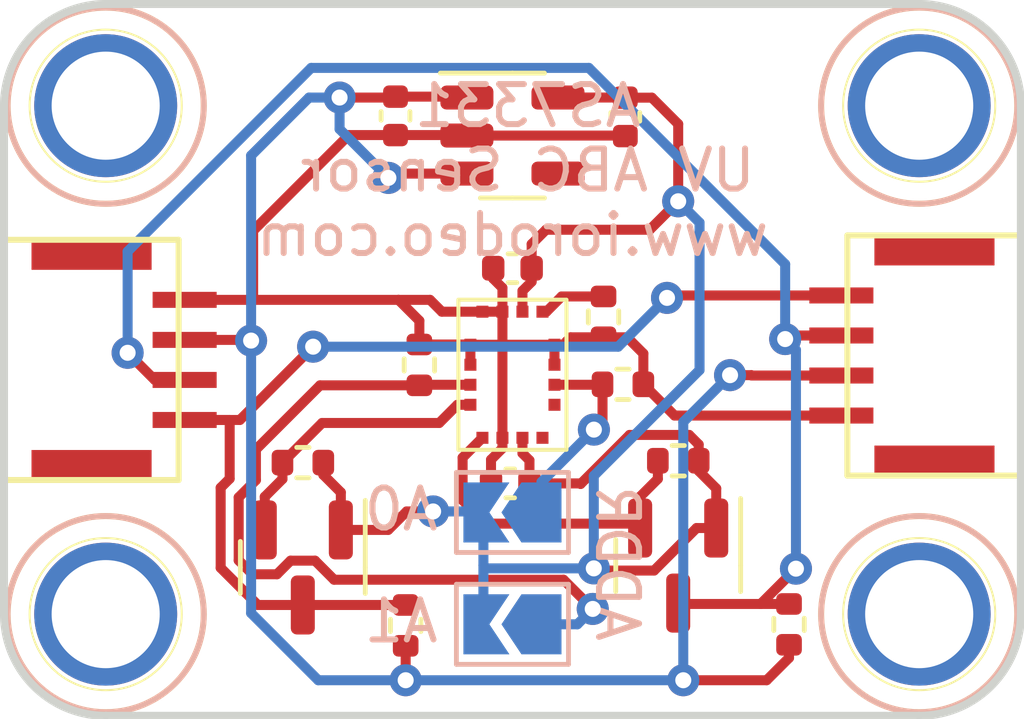
<source format=kicad_pcb>
(kicad_pcb (version 20221018) (generator pcbnew)
  (layers (0 "F.Cu" signal) (31 "B.Cu" signal) (34 "B.Paste" user) (35 "F.Paste" user) (36 "B.SilkS" user "B.Silkscreen") (37 "F.SilkS" user "F.Silkscreen") (38 "B.Mask" user) (39 "F.Mask" user) (44 "Edge.Cuts" user))
  (net 0 "")
  (net 1 "+3.3V")
  (net 2 "GND")
  (net 3 "VCC")
  (net 4 "/SDA")
  (net 5 "/SCL")
  (net 6 "Net-(JP1-A)")
  (net 7 "Net-(JP2-A)")
  (net 8 "/SDA_3V3")
  (net 9 "/SCL_3V3")
  (net 10 "Net-(U1-REXT)")
  (footprint "Resistor_SMD:R_0402_1005Metric" (layer "F.Cu") (at 60.833 66.3214 90)
    (fp_text reference "R2" hide)
    (fp_text value "10k" hide)
    (fp_line (start -0.153641 -0.38) (end 0.153641 -0.38) (stroke (width 0.12)) (layer "F.SilkS"))
    (fp_line (start -0.153641 0.38) (end 0.153641 0.38) (stroke (width 0.12)) (layer "F.SilkS"))
    (pad "1" smd roundrect (at -0.51 0 90) (size 0.54 0.64) (layers "F.Cu" "F.Paste" "F.Mask") (net 3 "VCC"))
    (pad "2" smd roundrect (at 0.51 0 90) (size 0.54 0.64) (layers "F.Cu" "F.Paste" "F.Mask") (net 5 "/SCL"))
  )
  (footprint "BOOMELE_SH_SMD:BOOMELE_SMD_SH_4PIN_RT" (layer "F.Cu") (at 73.561 59.58 -90)
    (fp_text reference "J2" hide)
    (fp_text value "Conn_01x04" hide)
    (fp_line (start -3 1.695) (end -3 -2.655) (stroke (width 0.15)) (layer "F.SilkS"))
    (fp_line (start 0 -2.655) (end -3 -2.655) (stroke (width 0.15)) (layer "F.SilkS"))
    (fp_line (start 3 -2.655) (end 0 -2.655) (stroke (width 0.15)) (layer "F.SilkS"))
    (fp_line (start 3 -2.655) (end 3 1.695) (stroke (width 0.15)) (layer "F.SilkS"))
    (fp_line (start 3 1.695) (end -3 1.695) (stroke (width 0.15)) (layer "F.SilkS"))
    (pad "" smd rect (at -2.65 -0.48 90) (size 0.8 3) (layers "F.Cu" "F.Paste" "F.Mask"))
    (pad "" smd rect (at 2.65 -0.48 90) (size 0.8 3) (layers "F.Cu" "F.Paste" "F.Mask"))
    (pad "1" smd rect (at 1.5 1.845 90) (size 0.4 1.6) (layers "F.Cu" "F.Paste" "F.Mask") (net 2 "GND"))
    (pad "2" smd rect (at 0.5 1.845 90) (size 0.4 1.6) (layers "F.Cu" "F.Paste" "F.Mask") (net 3 "VCC"))
    (pad "3" smd rect (at -0.5 1.845 90) (size 0.4 1.6) (layers "F.Cu" "F.Paste" "F.Mask") (net 4 "/SDA"))
    (pad "4" smd rect (at -1.5 1.845 90) (size 0.4 1.6) (layers "F.Cu" "F.Paste" "F.Mask") (net 5 "/SCL"))
  )
  (footprint "Capacitor_SMD:C_0402_1005Metric" (layer "F.Cu") (at 66.3194 53.6194 -90)
    (fp_text reference "C4" hide)
    (fp_text value "10uF" hide)
    (fp_line (start -0.107836 -0.36) (end 0.107836 -0.36) (stroke (width 0.12)) (layer "F.SilkS"))
    (fp_line (start -0.107836 0.36) (end 0.107836 0.36) (stroke (width 0.12)) (layer "F.SilkS"))
    (pad "1" smd roundrect (at -0.48 0 270) (size 0.56 0.62) (layers "F.Cu" "F.Paste" "F.Mask") (net 1 "+3.3V"))
    (pad "2" smd roundrect (at 0.48 0 270) (size 0.56 0.62) (layers "F.Cu" "F.Paste" "F.Mask") (net 2 "GND"))
  )
  (footprint "AS7331:AS7331" (layer "F.Cu") (at 63.5 60.0608)
    (fp_text reference "U1" hide)
    (fp_text value "AS7331" hide)
    (fp_rect (start -1.35 -1.875) (end 1.35 1.875) (stroke (width 0.1)) (fill none) (layer "F.SilkS"))
    (pad "1" smd rect (at -0.75 -1.575) (size 0.3 0.3) (layers "F.Cu" "F.Paste" "F.Mask") (net 2 "GND"))
    (pad "2" smd rect (at -0.25 -1.575) (size 0.3 0.3) (layers "F.Cu" "F.Paste" "F.Mask") (net 2 "GND"))
    (pad "3" smd rect (at 0.25 -1.575) (size 0.3 0.3) (layers "F.Cu" "F.Paste" "F.Mask") (net 1 "+3.3V"))
    (pad "4" smd rect (at 0.75 -1.575) (size 0.3 0.3) (layers "F.Cu" "F.Paste" "F.Mask") (net 10 "Net-(U1-REXT)"))
    (pad "5" smd rect (at 1.05 -0.75) (size 0.3 0.3) (layers "F.Cu" "F.Paste" "F.Mask") (net 2 "GND"))
    (pad "6" smd rect (at 1.05 -0.25) (size 0.3 0.3) (layers "F.Cu" "F.Paste" "F.Mask") (net 2 "GND"))
    (pad "7" smd rect (at 1.05 0.25) (size 0.3 0.3) (layers "F.Cu" "F.Paste" "F.Mask") (net 6 "Net-(JP1-A)"))
    (pad "8" smd rect (at 1.05 0.75) (size 0.3 0.3) (layers "F.Cu" "F.Paste" "F.Mask"))
    (pad "9" smd rect (at 0.75 1.575) (size 0.3 0.3) (layers "F.Cu" "F.Paste" "F.Mask"))
    (pad "10" smd rect (at 0.25 1.575) (size 0.3 0.3) (layers "F.Cu" "F.Paste" "F.Mask") (net 1 "+3.3V"))
    (pad "11" smd rect (at -0.25 1.575) (size 0.3 0.3) (layers "F.Cu" "F.Paste" "F.Mask") (net 2 "GND"))
    (pad "12" smd rect (at -0.75 1.575) (size 0.3 0.3) (layers "F.Cu" "F.Paste" "F.Mask") (net 8 "/SDA_3V3"))
    (pad "13" smd rect (at -1.05 0.75) (size 0.3 0.3) (layers "F.Cu" "F.Paste" "F.Mask") (net 9 "/SCL_3V3"))
    (pad "14" smd rect (at -1.05 0.25) (size 0.3 0.3) (layers "F.Cu" "F.Paste" "F.Mask") (net 7 "Net-(JP2-A)"))
    (pad "15" smd rect (at -1.05 -0.25) (size 0.3 0.3) (layers "F.Cu" "F.Paste" "F.Mask") (net 2 "GND"))
    (pad "16" smd rect (at -1.05 -0.75) (size 0.3 0.3) (layers "F.Cu" "F.Paste" "F.Mask") (net 2 "GND"))
  )
  (footprint "custom_mount_hole:MountingHole_2.5mm_Pad" (layer "F.Cu") (at 73.66 66.04)
    (fp_text reference "M3" hide)
    (fp_text value "MountingHole_2.5mm_Pad" hide)
    (fp_circle (center 0 0) (end 2.45 0) (stroke (width 0.15)) (fill none) (layer "B.SilkS"))
    (fp_circle (center 0 0) (end 1.9 0) (stroke (width 0.05)) (fill none) (layer "F.SilkS"))
    (fp_circle (center 0 0) (end 2.45 0) (stroke (width 0.15)) (fill none) (layer "F.SilkS"))
    (pad "~" thru_hole circle (at 0 0) (size 3.57 3.57) (drill 2.7) (layers "*.Cu" "*.Mask"))
  )
  (footprint "Resistor_SMD:R_0402_1005Metric" (layer "F.Cu") (at 58.2656 62.2554 180)
    (fp_text reference "R4" hide)
    (fp_text value "10k" hide)
    (fp_line (start -0.153641 -0.38) (end 0.153641 -0.38) (stroke (width 0.12)) (layer "F.SilkS"))
    (fp_line (start -0.153641 0.38) (end 0.153641 0.38) (stroke (width 0.12)) (layer "F.SilkS"))
    (pad "1" smd roundrect (at -0.51 0 180) (size 0.54 0.64) (layers "F.Cu" "F.Paste" "F.Mask") (net 1 "+3.3V"))
    (pad "2" smd roundrect (at 0.51 0 180) (size 0.54 0.64) (layers "F.Cu" "F.Paste" "F.Mask") (net 9 "/SCL_3V3"))
  )
  (footprint "Resistor_SMD:R_0402_1005Metric" (layer "F.Cu") (at 61.175 59.815 90)
    (fp_text reference "R7" hide)
    (fp_text value "10k" hide)
    (fp_line (start -0.153641 -0.38) (end 0.153641 -0.38) (stroke (width 0.12)) (layer "F.SilkS"))
    (fp_line (start -0.153641 0.38) (end 0.153641 0.38) (stroke (width 0.12)) (layer "F.SilkS"))
    (pad "1" smd roundrect (at -0.51 0 90) (size 0.54 0.64) (layers "F.Cu" "F.Paste" "F.Mask") (net 7 "Net-(JP2-A)"))
    (pad "2" smd roundrect (at 0.51 0 90) (size 0.54 0.64) (layers "F.Cu" "F.Paste" "F.Mask") (net 2 "GND"))
  )
  (footprint "BOOMELE_SH_SMD:BOOMELE_SMD_SH_4PIN_RT" (layer "F.Cu") (at 53.467 59.69 90)
    (fp_text reference "J1" hide)
    (fp_text value "Conn_01x04" hide)
    (fp_line (start -3 1.695) (end -3 -2.655) (stroke (width 0.15)) (layer "F.SilkS"))
    (fp_line (start 0 -2.655) (end -3 -2.655) (stroke (width 0.15)) (layer "F.SilkS"))
    (fp_line (start 3 -2.655) (end 0 -2.655) (stroke (width 0.15)) (layer "F.SilkS"))
    (fp_line (start 3 -2.655) (end 3 1.695) (stroke (width 0.15)) (layer "F.SilkS"))
    (fp_line (start 3 1.695) (end -3 1.695) (stroke (width 0.15)) (layer "F.SilkS"))
    (pad "" smd rect (at -2.65 -0.48 270) (size 0.8 3) (layers "F.Cu" "F.Paste" "F.Mask"))
    (pad "" smd rect (at 2.65 -0.48 270) (size 0.8 3) (layers "F.Cu" "F.Paste" "F.Mask"))
    (pad "1" smd rect (at 1.5 1.845 270) (size 0.4 1.6) (layers "F.Cu" "F.Paste" "F.Mask") (net 2 "GND"))
    (pad "2" smd rect (at 0.5 1.845 270) (size 0.4 1.6) (layers "F.Cu" "F.Paste" "F.Mask") (net 3 "VCC"))
    (pad "3" smd rect (at -0.5 1.845 270) (size 0.4 1.6) (layers "F.Cu" "F.Paste" "F.Mask") (net 4 "/SDA"))
    (pad "4" smd rect (at -1.5 1.845 270) (size 0.4 1.6) (layers "F.Cu" "F.Paste" "F.Mask") (net 5 "/SCL"))
  )
  (footprint "Capacitor_SMD:C_0402_1005Metric" (layer "F.Cu") (at 60.579 53.594 -90)
    (fp_text reference "C3" hide)
    (fp_text value "10uF" hide)
    (fp_line (start -0.107836 -0.36) (end 0.107836 -0.36) (stroke (width 0.12)) (layer "F.SilkS"))
    (fp_line (start -0.107836 0.36) (end 0.107836 0.36) (stroke (width 0.12)) (layer "F.SilkS"))
    (pad "1" smd roundrect (at -0.48 0 270) (size 0.56 0.62) (layers "F.Cu" "F.Paste" "F.Mask") (net 3 "VCC"))
    (pad "2" smd roundrect (at 0.48 0 270) (size 0.56 0.62) (layers "F.Cu" "F.Paste" "F.Mask") (net 2 "GND"))
  )
  (footprint "Resistor_SMD:R_0402_1005Metric" (layer "F.Cu") (at 65.775 58.615 -90)
    (fp_text reference "R1" hide)
    (fp_text value "3.3M" hide)
    (fp_line (start -0.153641 -0.38) (end 0.153641 -0.38) (stroke (width 0.12)) (layer "F.SilkS"))
    (fp_line (start -0.153641 0.38) (end 0.153641 0.38) (stroke (width 0.12)) (layer "F.SilkS"))
    (pad "1" smd roundrect (at -0.51 0 270) (size 0.54 0.64) (layers "F.Cu" "F.Paste" "F.Mask") (net 10 "Net-(U1-REXT)"))
    (pad "2" smd roundrect (at 0.51 0 270) (size 0.54 0.64) (layers "F.Cu" "F.Paste" "F.Mask") (net 2 "GND"))
  )
  (footprint "custom_mount_hole:MountingHole_2.5mm_Pad" (layer "F.Cu") (at 73.66 53.34)
    (fp_text reference "M2" hide)
    (fp_text value "MountingHole_2.5mm_Pad" hide)
    (fp_circle (center 0 0) (end 2.45 0) (stroke (width 0.15)) (fill none) (layer "B.SilkS"))
    (fp_circle (center 0 0) (end 1.9 0) (stroke (width 0.05)) (fill none) (layer "F.SilkS"))
    (fp_circle (center 0 0) (end 2.45 0) (stroke (width 0.15)) (fill none) (layer "F.SilkS"))
    (pad "~" thru_hole circle (at 0 0) (size 3.57 3.57) (drill 2.7) (layers "*.Cu" "*.Mask"))
  )
  (footprint "Resistor_SMD:R_0402_1005Metric" (layer "F.Cu") (at 70.4088 66.296 90)
    (fp_text reference "R3" hide)
    (fp_text value "10k" hide)
    (fp_line (start -0.153641 -0.38) (end 0.153641 -0.38) (stroke (width 0.12)) (layer "F.SilkS"))
    (fp_line (start -0.153641 0.38) (end 0.153641 0.38) (stroke (width 0.12)) (layer "F.SilkS"))
    (pad "1" smd roundrect (at -0.51 0 90) (size 0.54 0.64) (layers "F.Cu" "F.Paste" "F.Mask") (net 3 "VCC"))
    (pad "2" smd roundrect (at 0.51 0 90) (size 0.54 0.64) (layers "F.Cu" "F.Paste" "F.Mask") (net 4 "/SDA"))
  )
  (footprint "Package_TO_SOT_SMD:SOT-23-5" (layer "F.Cu") (at 63.5 54.086)
    (fp_text reference "U2" hide)
    (fp_text value "AP2112K-3.3" hide)
    (fp_line (start 0 -1.56) (end -1.8 -1.56) (stroke (width 0.12)) (layer "F.SilkS"))
    (fp_line (start 0 -1.56) (end 0.8 -1.56) (stroke (width 0.12)) (layer "F.SilkS"))
    (fp_line (start 0 1.56) (end -0.8 1.56) (stroke (width 0.12)) (layer "F.SilkS"))
    (fp_line (start 0 1.56) (end 0.8 1.56) (stroke (width 0.12)) (layer "F.SilkS"))
    (pad "1" smd roundrect (at -1.1375 -0.95) (size 1.325 0.6) (layers "F.Cu" "F.Paste" "F.Mask") (net 3 "VCC"))
    (pad "2" smd roundrect (at -1.1375 0) (size 1.325 0.6) (layers "F.Cu" "F.Paste" "F.Mask") (net 2 "GND"))
    (pad "3" smd roundrect (at -1.1375 0.95) (size 1.325 0.6) (layers "F.Cu" "F.Paste" "F.Mask") (net 3 "VCC"))
    (pad "4" smd roundrect (at 1.1375 0.95) (size 1.325 0.6) (layers "F.Cu" "F.Paste" "F.Mask"))
    (pad "5" smd roundrect (at 1.1375 -0.95) (size 1.325 0.6) (layers "F.Cu" "F.Paste" "F.Mask") (net 1 "+3.3V"))
  )
  (footprint "Capacitor_SMD:C_0402_1005Metric" (layer "F.Cu") (at 63.445 62.775 180)
    (fp_text reference "C2" hide)
    (fp_text value "100nF" hide)
    (fp_line (start -0.107836 -0.36) (end 0.107836 -0.36) (stroke (width 0.12)) (layer "F.SilkS"))
    (fp_line (start -0.107836 0.36) (end 0.107836 0.36) (stroke (width 0.12)) (layer "F.SilkS"))
    (pad "1" smd roundrect (at -0.48 0 180) (size 0.56 0.62) (layers "F.Cu" "F.Paste" "F.Mask") (net 1 "+3.3V"))
    (pad "2" smd roundrect (at 0.48 0 180) (size 0.56 0.62) (layers "F.Cu" "F.Paste" "F.Mask") (net 2 "GND"))
  )
  (footprint "custom_mount_hole:MountingHole_2.5mm_Pad" (layer "F.Cu") (at 53.34 53.34)
    (fp_text reference "M1" hide)
    (fp_text value "MountingHole_2.5mm_Pad" hide)
    (fp_circle (center 0 0) (end 2.45 0) (stroke (width 0.15)) (fill none) (layer "B.SilkS"))
    (fp_circle (center 0 0) (end 1.9 0) (stroke (width 0.05)) (fill none) (layer "F.SilkS"))
    (fp_circle (center 0 0) (end 2.45 0) (stroke (width 0.15)) (fill none) (layer "F.SilkS"))
    (pad "~" thru_hole circle (at 0 0) (size 3.57 3.57) (drill 2.7) (layers "*.Cu" "*.Mask"))
  )
  (footprint "custom_mount_hole:MountingHole_2.5mm_Pad" (layer "F.Cu") (at 53.34 66.04)
    (fp_text reference "M4" hide)
    (fp_text value "MountingHole_2.5mm_Pad" hide)
    (fp_circle (center 0 0) (end 2.45 0) (stroke (width 0.15)) (fill none) (layer "B.SilkS"))
    (fp_circle (center 0 0) (end 1.9 0) (stroke (width 0.05)) (fill none) (layer "F.SilkS"))
    (fp_circle (center 0 0) (end 2.45 0) (stroke (width 0.15)) (fill none) (layer "F.SilkS"))
    (pad "~" thru_hole circle (at 0 0) (size 3.57 3.57) (drill 2.7) (layers "*.Cu" "*.Mask"))
  )
  (footprint "Resistor_SMD:R_0402_1005Metric" (layer "F.Cu") (at 66.26 60.3)
    (fp_text reference "R6" hide)
    (fp_text value "10k" hide)
    (fp_line (start -0.153641 -0.38) (end 0.153641 -0.38) (stroke (width 0.12)) (layer "F.SilkS"))
    (fp_line (start -0.153641 0.38) (end 0.153641 0.38) (stroke (width 0.12)) (layer "F.SilkS"))
    (pad "1" smd roundrect (at -0.51 0) (size 0.54 0.64) (layers "F.Cu" "F.Paste" "F.Mask") (net 6 "Net-(JP1-A)"))
    (pad "2" smd roundrect (at 0.51 0) (size 0.54 0.64) (layers "F.Cu" "F.Paste" "F.Mask") (net 2 "GND"))
  )
  (footprint "Package_TO_SOT_SMD:SOT-23" (layer "F.Cu") (at 67.6402 64.8271 -90)
    (fp_text reference "Q1" hide)
    (fp_text value "BSS138" hide)
    (fp_line (start 0 -1.56) (end -1.675 -1.56) (stroke (width 0.12)) (layer "F.SilkS"))
    (fp_line (start 0 -1.56) (end 0.65 -1.56) (stroke (width 0.12)) (layer "F.SilkS"))
    (fp_line (start 0 1.56) (end -0.65 1.56) (stroke (width 0.12)) (layer "F.SilkS"))
    (fp_line (start 0 1.56) (end 0.65 1.56) (stroke (width 0.12)) (layer "F.SilkS"))
    (pad "1" smd roundrect (at -0.9375 -0.95 270) (size 1.475 0.6) (layers "F.Cu" "F.Paste" "F.Mask") (net 1 "+3.3V"))
    (pad "2" smd roundrect (at -0.9375 0.95 270) (size 1.475 0.6) (layers "F.Cu" "F.Paste" "F.Mask") (net 8 "/SDA_3V3"))
    (pad "3" smd roundrect (at 0.9375 0 270) (size 1.475 0.6) (layers "F.Cu" "F.Paste" "F.Mask") (net 4 "/SDA"))
  )
  (footprint "Package_TO_SOT_SMD:SOT-23" (layer "F.Cu") (at 58.2636 64.8739 -90)
    (fp_text reference "Q2" hide)
    (fp_text value "BSS138" hide)
    (fp_line (start 0 -1.56) (end -1.675 -1.56) (stroke (width 0.12)) (layer "F.SilkS"))
    (fp_line (start 0 -1.56) (end 0.65 -1.56) (stroke (width 0.12)) (layer "F.SilkS"))
    (fp_line (start 0 1.56) (end -0.65 1.56) (stroke (width 0.12)) (layer "F.SilkS"))
    (fp_line (start 0 1.56) (end 0.65 1.56) (stroke (width 0.12)) (layer "F.SilkS"))
    (pad "1" smd roundrect (at -0.9375 -0.95 270) (size 1.475 0.6) (layers "F.Cu" "F.Paste" "F.Mask") (net 1 "+3.3V"))
    (pad "2" smd roundrect (at -0.9375 0.95 270) (size 1.475 0.6) (layers "F.Cu" "F.Paste" "F.Mask") (net 9 "/SCL_3V3"))
    (pad "3" smd roundrect (at 0.9375 0 270) (size 1.475 0.6) (layers "F.Cu" "F.Paste" "F.Mask") (net 5 "/SCL"))
  )
  (footprint "Capacitor_SMD:C_0402_1005Metric" (layer "F.Cu") (at 63.5 57.4 180)
    (fp_text reference "C1" hide)
    (fp_text value "100nF" hide)
    (fp_line (start -0.107836 -0.36) (end 0.107836 -0.36) (stroke (width 0.12)) (layer "F.SilkS"))
    (fp_line (start -0.107836 0.36) (end 0.107836 0.36) (stroke (width 0.12)) (layer "F.SilkS"))
    (pad "1" smd roundrect (at -0.48 0 180) (size 0.56 0.62) (layers "F.Cu" "F.Paste" "F.Mask") (net 1 "+3.3V"))
    (pad "2" smd roundrect (at 0.48 0 180) (size 0.56 0.62) (layers "F.Cu" "F.Paste" "F.Mask") (net 2 "GND"))
  )
  (footprint "Resistor_SMD:R_0402_1005Metric" (layer "F.Cu") (at 67.6422 62.2086 180)
    (fp_text reference "R5" hide)
    (fp_text value "10k" hide)
    (fp_line (start -0.153641 -0.38) (end 0.153641 -0.38) (stroke (width 0.12)) (layer "F.SilkS"))
    (fp_line (start -0.153641 0.38) (end 0.153641 0.38) (stroke (width 0.12)) (layer "F.SilkS"))
    (pad "1" smd roundrect (at -0.51 0 180) (size 0.54 0.64) (layers "F.Cu" "F.Paste" "F.Mask") (net 1 "+3.3V"))
    (pad "2" smd roundrect (at 0.51 0 180) (size 0.54 0.64) (layers "F.Cu" "F.Paste" "F.Mask") (net 8 "/SDA_3V3"))
  )
  (footprint "Jumper:SolderJumper-2_P1.3mm_Open_TrianglePad1.0x1.5mm" (layer "B.Cu") (at 63.5 66.294 180)
    (fp_text reference "JP2" hide)
    (fp_text value "Jumper_2_Open" hide)
    (fp_line (start -1.4 -1) (end -1.4 1) (stroke (width 0.12)) (layer "B.SilkS"))
    (fp_line (start -1.4 1) (end 1.4 1) (stroke (width 0.12)) (layer "B.SilkS"))
    (fp_line (start 1.4 -1) (end -1.4 -1) (stroke (width 0.12)) (layer "B.SilkS"))
    (fp_line (start 1.4 1) (end 1.4 -1) (stroke (width 0.12)) (layer "B.SilkS"))
    (pad "1" smd custom (at -0.725 0 180) (size 0.3 0.3) (layers "B.Cu" "B.Mask") (net 7 "Net-(JP2-A)") (options (clearance outline) (anchor rect)) (primitives (gr_poly (pts (xy 1 0) (xy 0.5 -0.75) (xy -0.5 -0.75) (xy -0.5 0.75) (xy 0.5 0.75)) (width 0) (fill yes))))
    (pad "2" smd custom (at 0.725 0 180) (size 0.3 0.3) (layers "B.Cu" "B.Mask") (net 1 "+3.3V") (options (clearance outline) (anchor rect)) (primitives (gr_poly (pts (xy 0.5 -0.75) (xy -0.65 -0.75) (xy -0.15 0) (xy -0.65 0.75) (xy 0.5 0.75)) (width 0) (fill yes))))
  )
  (footprint "Jumper:SolderJumper-2_P1.3mm_Open_TrianglePad1.0x1.5mm" (layer "B.Cu") (at 63.5 63.5 180)
    (fp_text reference "JP1" hide)
    (fp_text value "Jumper_2_Open" hide)
    (fp_line (start -1.4 -1) (end -1.4 1) (stroke (width 0.12)) (layer "B.SilkS"))
    (fp_line (start -1.4 1) (end 1.4 1) (stroke (width 0.12)) (layer "B.SilkS"))
    (fp_line (start 1.4 -1) (end -1.4 -1) (stroke (width 0.12)) (layer "B.SilkS"))
    (fp_line (start 1.4 1) (end 1.4 -1) (stroke (width 0.12)) (layer "B.SilkS"))
    (pad "1" smd custom (at -0.725 0 180) (size 0.3 0.3) (layers "B.Cu" "B.Mask") (net 6 "Net-(JP1-A)") (options (clearance outline) (anchor rect)) (primitives (gr_poly (pts (xy 1 0) (xy 0.5 -0.75) (xy -0.5 -0.75) (xy -0.5 0.75) (xy 0.5 0.75)) (width 0) (fill yes))))
    (pad "2" smd custom (at 0.725 0 180) (size 0.3 0.3) (layers "B.Cu" "B.Mask") (net 1 "+3.3V") (options (clearance outline) (anchor rect)) (primitives (gr_poly (pts (xy 0.5 -0.75) (xy -0.65 -0.75) (xy -0.15 0) (xy -0.65 0.75) (xy 0.5 0.75)) (width 0) (fill yes))))
  )
  (gr_arc (start 50.8 53.34) (mid 51.543949 51.543949) (end 53.34 50.8) (stroke (width 0.2)) (layer "Edge.Cuts"))
  (gr_arc (start 73.66 50.8) (mid 75.456051 51.543949) (end 76.2 53.34) (stroke (width 0.2)) (layer "Edge.Cuts"))
  (gr_arc (start 53.34 68.58) (mid 51.543949 67.836051) (end 50.8 66.04) (stroke (width 0.2)) (layer "Edge.Cuts"))
  (gr_line (start 50.8 66.04) (end 50.8 53.34) (stroke (width 0.2)) (layer "Edge.Cuts"))
  (gr_arc (start 76.2 66.04) (mid 75.456051 67.836051) (end 73.66 68.58) (stroke (width 0.2)) (layer "Edge.Cuts"))
  (gr_line (start 76.2 53.34) (end 76.2 66.04) (stroke (width 0.2)) (layer "Edge.Cuts"))
  (gr_line (start 73.66 68.58) (end 53.34 68.58) (stroke (width 0.2)) (layer "Edge.Cuts"))
  (gr_line (start 53.34 50.8) (end 73.66 50.8) (stroke (width 0.2)) (layer "Edge.Cuts"))
  (gr_text "AS7331 \nUV ABC Sensor \nwww.iorodeo.com\n" (at 63.5 57.15) (layer "B.SilkS") (effects (font (size 1 1)) (justify bottom mirror)))
  (gr_text "ADDR" (at 65.532 66.802 -90) (layer "B.SilkS") (effects (font (size 1 1)) (justify left bottom mirror)))
  (gr_text "A1" (at 61.722 66.802) (layer "B.SilkS") (effects (font (size 1 1)) (justify left bottom mirror)))
  (gr_text "A0" (at 61.722 64.008) (layer "B.SilkS") (effects (font (size 1 1)) (justify left bottom mirror)))
  (segment (start 68.1522 62.2086) (end 68.1522 61.8022) (width 0.25) (layer "F.Cu") (net 1))
  (segment (start 67.6402 53.7972) (end 66.9824 53.1394) (width 0.25) (layer "F.Cu") (net 1))
  (segment (start 63.98 57.7368) (end 63.75 57.9668) (width 0.25) (layer "F.Cu") (net 1))
  (segment (start 65.188 62.775) (end 63.925 62.775) (width 0.25) (layer "F.Cu") (net 1))
  (segment (start 63.98 57.4) (end 63.98 57.7368) (width 0.25) (layer "F.Cu") (net 1))
  (segment (start 65.532 64.897) (end 65.5871 64.9521) (width 0.25) (layer "F.Cu") (net 1))
  (segment (start 67.9136 61.5636) (end 66.427 61.5636) (width 0.25) (layer "F.Cu") (net 1))
  (segment (start 63.75 62.0228) (end 63.925 62.1978) (width 0.25) (layer "F.Cu") (net 1))
  (segment (start 68.0995 63.8896) (end 68.5902 63.8896) (width 0.25) (layer "F.Cu") (net 1))
  (segment (start 59.2136 62.9982) (end 59.2136 63.9364) (width 0.25) (layer "F.Cu") (net 1))
  (segment (start 58.7756 62.2554) (end 58.7756 62.5602) (width 0.25) (layer "F.Cu") (net 1))
  (segment (start 60.3966 63.9364) (end 59.2136 63.9364) (width 0.25) (layer "F.Cu") (net 1))
  (segment (start 65.5871 64.9521) (end 67.037 64.9521) (width 0.25) (layer "F.Cu") (net 1))
  (segment (start 63.75 61.6358) (end 63.75 62.0228) (width 0.25) (layer "F.Cu") (net 1))
  (segment (start 66.9824 53.1394) (end 66.3194 53.1394) (width 0.25) (layer "F.Cu") (net 1))
  (segment (start 63.98 57.4) (end 63.98 56.797) (width 0.25) (layer "F.Cu") (net 1))
  (segment (start 66.929 56.4388) (end 67.6402 55.7276) (width 0.25) (layer "F.Cu") (net 1))
  (segment (start 67.037 64.9521) (end 68.0995 63.8896) (width 0.25) (layer "F.Cu") (net 1))
  (segment (start 66.427 61.5636) (end 65.2018 62.7888) (width 0.25) (layer "F.Cu") (net 1))
  (segment (start 60.8584 63.4746) (end 60.3966 63.9364) (width 0.25) (layer "F.Cu") (net 1))
  (segment (start 63.75 57.9668) (end 63.75 58.4858) (width 0.25) (layer "F.Cu") (net 1))
  (segment (start 68.1522 61.8022) (end 67.9136 61.5636) (width 0.25) (layer "F.Cu") (net 1))
  (segment (start 58.7756 62.5602) (end 59.2136 62.9982) (width 0.25) (layer "F.Cu") (net 1))
  (segment (start 63.98 56.797) (end 64.3382 56.4388) (width 0.25) (layer "F.Cu") (net 1))
  (segment (start 67.6402 55.7276) (end 67.6402 53.7972) (width 0.25) (layer "F.Cu") (net 1))
  (segment (start 68.1522 62.4626) (end 68.5902 62.9006) (width 0.25) (layer "F.Cu") (net 1))
  (segment (start 66.316 53.136) (end 66.3194 53.1394) (width 0.25) (layer "F.Cu") (net 1))
  (segment (start 68.5902 62.9006) (end 68.5902 63.8896) (width 0.25) (layer "F.Cu") (net 1))
  (segment (start 65.2018 62.7888) (end 65.188 62.775) (width 0.25) (layer "F.Cu") (net 1))
  (segment (start 61.5188 63.4746) (end 60.8584 63.4746) (width 0.25) (layer "F.Cu") (net 1))
  (segment (start 63.925 62.1978) (end 63.925 62.775) (width 0.25) (layer "F.Cu") (net 1))
  (segment (start 64.6375 53.136) (end 66.316 53.136) (width 0.25) (layer "F.Cu") (net 1))
  (segment (start 64.3382 56.4388) (end 66.929 56.4388) (width 0.25) (layer "F.Cu") (net 1))
  (segment (start 68.1522 62.2086) (end 68.1522 62.4626) (width 0.25) (layer "F.Cu") (net 1))
  (via (at 61.5188 63.4746) (size 0.8) (drill 0.4) (layers "F.Cu" "B.Cu") (net 1))
  (via (at 65.532 64.897) (size 0.8) (drill 0.4) (layers "F.Cu" "B.Cu") (net 1))
  (via (at 67.6402 55.7276) (size 0.8) (drill 0.4) (layers "F.Cu" "B.Cu") (net 1))
  (segment (start 65.532 64.897) (end 62.8512 64.897) (width 0.25) (layer "B.Cu") (net 1))
  (segment (start 61.5188 63.4746) (end 62.7496 63.4746) (width 0.25) (layer "B.Cu") (net 1))
  (segment (start 62.7496 63.4746) (end 62.775 63.5) (width 0.25) (layer "B.Cu") (net 1))
  (segment (start 62.775 64.8208) (end 62.775 66.294) (width 0.25) (layer "B.Cu") (net 1))
  (segment (start 65.532 64.897) (end 65.532 62.5856) (width 0.25) (layer "B.Cu") (net 1))
  (segment (start 68.1736 59.944) (end 68.1736 56.261) (width 0.25) (layer "B.Cu") (net 1))
  (segment (start 62.775 63.5) (end 62.775 64.8208) (width 0.25) (layer "B.Cu") (net 1))
  (segment (start 62.8512 64.897) (end 62.775 64.8208) (width 0.25) (layer "B.Cu") (net 1))
  (segment (start 65.532 62.5856) (end 68.1736 59.944) (width 0.25) (layer "B.Cu") (net 1))
  (segment (start 68.1736 56.261) (end 67.6402 55.7276) (width 0.25) (layer "B.Cu") (net 1))
  (segment (start 65.775 59.125) (end 66.364 59.125) (width 0.25) (layer "F.Cu") (net 2))
  (segment (start 63.25 59.3068) (end 63.246 59.3108) (width 0.25) (layer "F.Cu") (net 2))
  (segment (start 61.737 58.4858) (end 62.75 58.4858) (width 0.25) (layer "F.Cu") (net 2))
  (segment (start 62.3505 54.074) (end 62.3625 54.086) (width 0.25) (layer "F.Cu") (net 2))
  (segment (start 63.02 57.4) (end 63.02 57.6606) (width 0.25) (layer "F.Cu") (net 2))
  (segment (start 63.25 61.8958) (end 62.965 62.1808) (width 0.25) (layer "F.Cu") (net 2))
  (segment (start 63.25 57.8906) (end 63.25 58.4858) (width 0.25) (layer "F.Cu") (net 2))
  (segment (start 64.7682 59.3108) (end 64.954 59.125) (width 0.25) (layer "F.Cu") (net 2))
  (segment (start 63.25 58.4858) (end 63.25 59.3068) (width 0.25) (layer "F.Cu") (net 2))
  (segment (start 61.4412 58.19) (end 61.737 58.4858) (width 0.25) (layer "F.Cu") (net 2))
  (segment (start 63.25 59.3148) (end 63.25 61.6358) (width 0.25) (layer "F.Cu") (net 2))
  (segment (start 62.965 62.1808) (end 62.965 62.775) (width 0.25) (layer "F.Cu") (net 2))
  (segment (start 60.6538 58.19) (end 61.4412 58.19) (width 0.25) (layer "F.Cu") (net 2))
  (segment (start 63.02 57.6606) (end 63.25 57.8906) (width 0.25) (layer "F.Cu") (net 2))
  (segment (start 63.246 59.3108) (end 63.25 59.3148) (width 0.25) (layer "F.Cu") (net 2))
  (segment (start 66.77 59.531) (end 66.77 60.3) (width 0.25) (layer "F.Cu") (net 2))
  (segment (start 55.312 58.19) (end 57.023 58.19) (width 0.25) (layer "F.Cu") (net 2))
  (segment (start 62.75 58.4858) (end 63.25 58.4858) (width 0.25) (layer "F.Cu") (net 2))
  (segment (start 60.579 54.074) (end 59.4132 54.074) (width 0.25) (layer "F.Cu") (net 2))
  (segment (start 66.77 60.3) (end 67.55 61.08) (width 0.25) (layer "F.Cu") (net 2))
  (segment (start 61.175 58.7112) (end 61.175 59.305) (width 0.25) (layer "F.Cu") (net 2))
  (segment (start 63.25 61.6358) (end 63.25 61.8958) (width 0.25) (layer "F.Cu") (net 2))
  (segment (start 62.45 59.3108) (end 63.246 59.3108) (width 0.25) (layer "F.Cu") (net 2))
  (segment (start 63.246 59.3108) (end 64.55 59.3108) (width 0.25) (layer "F.Cu") (net 2))
  (segment (start 60.579 54.074) (end 62.3505 54.074) (width 0.25) (layer "F.Cu") (net 2))
  (segment (start 61.175 59.305) (end 62.4442 59.305) (width 0.25) (layer "F.Cu") (net 2))
  (segment (start 59.4132 54.074) (end 57.023 56.4642) (width 0.25) (layer "F.Cu") (net 2))
  (segment (start 64.55 59.3108) (end 64.55 59.8108) (width 0.25) (layer "F.Cu") (net 2))
  (segment (start 60.6538 58.19) (end 61.175 58.7112) (width 0.25) (layer "F.Cu") (net 2))
  (segment (start 62.4442 59.305) (end 62.45 59.3108) (width 0.25) (layer "F.Cu") (net 2))
  (segment (start 57.023 58.19) (end 60.6538 58.19) (width 0.25) (layer "F.Cu") (net 2))
  (segment (start 64.954 59.125) (end 65.775 59.125) (width 0.25) (layer "F.Cu") (net 2))
  (segment (start 66.364 59.125) (end 66.77 59.531) (width 0.25) (layer "F.Cu") (net 2))
  (segment (start 64.55 59.3108) (end 64.7682 59.3108) (width 0.25) (layer "F.Cu") (net 2))
  (segment (start 57.023 56.4642) (end 57.023 58.19) (width 0.25) (layer "F.Cu") (net 2))
  (segment (start 66.306 54.086) (end 66.3194 54.0994) (width 0.25) (layer "F.Cu") (net 2))
  (segment (start 67.55 61.08) (end 71.716 61.08) (width 0.25) (layer "F.Cu") (net 2))
  (segment (start 62.45 59.3108) (end 62.45 59.8108) (width 0.25) (layer "F.Cu") (net 2))
  (segment (start 62.3625 54.086) (end 66.306 54.086) (width 0.25) (layer "F.Cu") (net 2))
  (segment (start 60.5086 55.036) (end 62.3625 55.036) (width 0.25) (layer "F.Cu") (net 3))
  (segment (start 56.9548 59.19) (end 56.9722 59.2074) (width 0.25) (layer "F.Cu") (net 3))
  (segment (start 67.7672 67.691) (end 69.85 67.691) (width 0.25) (layer "F.Cu") (net 3))
  (segment (start 70.4088 67.1322) (end 70.4088 66.806) (width 0.25) (layer "F.Cu") (net 3))
  (segment (start 69.85 67.691) (end 70.4088 67.1322) (width 0.25) (layer "F.Cu") (net 3))
  (segment (start 60.4012 55.1434) (end 60.5086 55.036) (width 0.25) (layer "F.Cu") (net 3))
  (segment (start 69.4704 60.071) (end 69.4794 60.08) (width 0.25) (layer "F.Cu") (net 3))
  (segment (start 59.182 53.1368) (end 60.5562 53.1368) (width 0.25) (layer "F.Cu") (net 3))
  (segment (start 60.833 66.8314) (end 60.833 67.691) (width 0.25) (layer "F.Cu") (net 3))
  (segment (start 62.3405 53.114) (end 62.3625 53.136) (width 0.25) (layer "F.Cu") (net 3))
  (segment (start 60.5562 53.1368) (end 60.579 53.114) (width 0.25) (layer "F.Cu") (net 3))
  (segment (start 60.579 53.114) (end 62.3405 53.114) (width 0.25) (layer "F.Cu") (net 3))
  (segment (start 55.312 59.19) (end 56.9548 59.19) (width 0.25) (layer "F.Cu") (net 3))
  (segment (start 69.4794 60.08) (end 71.716 60.08) (width 0.25) (layer "F.Cu") (net 3))
  (segment (start 68.9356 60.071) (end 69.4704 60.071) (width 0.25) (layer "F.Cu") (net 3))
  (via (at 67.7672 67.691) (size 0.8) (drill 0.4) (layers "F.Cu" "B.Cu") (net 3))
  (via (at 60.833 67.691) (size 0.8) (drill 0.4) (layers "F.Cu" "B.Cu") (net 3))
  (via (at 68.9356 60.071) (size 0.8) (drill 0.4) (layers "F.Cu" "B.Cu") (net 3))
  (via (at 59.182 53.1368) (size 0.8) (drill 0.4) (layers "F.Cu" "B.Cu") (net 3))
  (via (at 60.4012 55.1434) (size 0.8) (drill 0.4) (layers "F.Cu" "B.Cu") (net 3))
  (via (at 56.9722 59.2074) (size 0.8) (drill 0.4) (layers "F.Cu" "B.Cu") (net 3))
  (segment (start 56.9722 54.5846) (end 58.42 53.1368) (width 0.25) (layer "B.Cu") (net 3))
  (segment (start 68.9356 60.071) (end 67.7672 61.2394) (width 0.25) (layer "B.Cu") (net 3))
  (segment (start 67.7672 67.691) (end 60.833 67.691) (width 0.25) (layer "B.Cu") (net 3))
  (segment (start 58.6486 67.691) (end 56.9722 66.0146) (width 0.25) (layer "B.Cu") (net 3))
  (segment (start 59.182 53.9242) (end 59.182 53.1368) (width 0.25) (layer "B.Cu") (net 3))
  (segment (start 60.833 67.691) (end 58.6486 67.691) (width 0.25) (layer "B.Cu") (net 3))
  (segment (start 67.7672 61.2394) (end 67.7672 67.691) (width 0.25) (layer "B.Cu") (net 3))
  (segment (start 56.9722 66.0146) (end 56.9722 59.2074) (width 0.25) (layer "B.Cu") (net 3))
  (segment (start 60.4012 55.1434) (end 59.182 53.9242) (width 0.25) (layer "B.Cu") (net 3))
  (segment (start 58.42 53.1368) (end 59.182 53.1368) (width 0.25) (layer "B.Cu") (net 3))
  (segment (start 56.9722 59.2074) (end 56.9722 54.5846) (width 0.25) (layer "B.Cu") (net 3))
  (segment (start 69.6998 65.786) (end 70.5814 64.9044) (width 0.25) (layer "F.Cu") (net 4))
  (segment (start 71.716 59.08) (end 70.5909 59.08) (width 0.25) (layer "F.Cu") (net 4))
  (segment (start 53.888 59.5122) (end 54.5658 60.19) (width 0.25) (layer "F.Cu") (net 4))
  (segment (start 70.5909 59.08) (end 70.5017 59.1692) (width 0.25) (layer "F.Cu") (net 4))
  (segment (start 67.6616 65.786) (end 67.6402 65.7646) (width 0.25) (layer "F.Cu") (net 4))
  (segment (start 69.6998 65.786) (end 67.6616 65.786) (width 0.25) (layer "F.Cu") (net 4))
  (segment (start 70.4088 65.786) (end 69.6998 65.786) (width 0.25) (layer "F.Cu") (net 4))
  (segment (start 70.5017 59.1692) (end 70.312 59.1692) (width 0.25) (layer "F.Cu") (net 4))
  (segment (start 54.5658 60.19) (end 55.312 60.19) (width 0.25) (layer "F.Cu") (net 4))
  (via (at 70.312 59.1692) (size 0.8) (drill 0.4) (layers "F.Cu" "B.Cu") (net 4))
  (via (at 53.888 59.5122) (size 0.8) (drill 0.4) (layers "F.Cu" "B.Cu") (net 4))
  (via (at 70.5814 64.9044) (size 0.8) (drill 0.4) (layers "F.Cu" "B.Cu") (net 4))
  (segment (start 65.4086 52.3958) (end 70.312 57.2992) (width 0.25) (layer "B.Cu") (net 4))
  (segment (start 53.888 56.9812) (end 58.4734 52.3958) (width 0.25) (layer "B.Cu") (net 4))
  (segment (start 58.4734 52.3958) (end 65.4086 52.3958) (width 0.25) (layer "B.Cu") (net 4))
  (segment (start 70.312 59.1692) (end 70.5814 59.4386) (width 0.25) (layer "B.Cu") (net 4))
  (segment (start 53.888 59.5122) (end 53.888 56.9812) (width 0.25) (layer "B.Cu") (net 4))
  (segment (start 70.312 57.2992) (end 70.312 59.1692) (width 0.25) (layer "B.Cu") (net 4))
  (segment (start 70.5814 59.4386) (end 70.5814 64.9044) (width 0.25) (layer "B.Cu") (net 4))
  (segment (start 56.4371 62.6569) (end 56.212 62.882) (width 0.25) (layer "F.Cu") (net 5))
  (segment (start 67.4214 58.08) (end 71.716 58.08) (width 0.25) (layer "F.Cu") (net 5))
  (segment (start 58.2636 65.8114) (end 60.833 65.8114) (width 0.25) (layer "F.Cu") (net 5))
  (segment (start 56.212 64.8845) (end 57.1389 65.8114) (width 0.25) (layer "F.Cu") (net 5))
  (segment (start 56.4371 61.19) (end 56.4371 62.6569) (width 0.25) (layer "F.Cu") (net 5))
  (segment (start 57.1389 65.8114) (end 58.2636 65.8114) (width 0.25) (layer "F.Cu") (net 5))
  (segment (start 55.8746 61.19) (end 55.312 61.19) (width 0.25) (layer "F.Cu") (net 5))
  (segment (start 56.212 62.882) (end 56.212 64.8845) (width 0.25) (layer "F.Cu") (net 5))
  (segment (start 55.8746 61.19) (end 56.4371 61.19) (width 0.25) (layer "F.Cu") (net 5))
  (segment (start 67.3608 58.1406) (end 67.4214 58.08) (width 0.25) (layer "F.Cu") (net 5))
  (segment (start 56.6914 61.19) (end 58.5216 59.3598) (width 0.25) (layer "F.Cu") (net 5))
  (segment (start 55.312 61.19) (end 56.6914 61.19) (width 0.25) (layer "F.Cu") (net 5))
  (via (at 67.3608 58.1406) (size 0.8) (drill 0.4) (layers "F.Cu" "B.Cu") (net 5))
  (via (at 58.5216 59.3598) (size 0.8) (drill 0.4) (layers "F.Cu" "B.Cu") (net 5))
  (segment (start 58.5216 59.3598) (end 66.1416 59.3598) (width 0.25) (layer "B.Cu") (net 5))
  (segment (start 66.1416 59.3598) (end 67.3608 58.1406) (width 0.25) (layer "B.Cu") (net 5))
  (segment (start 65.7392 60.3108) (end 65.75 60.3) (width 0.25) (layer "F.Cu") (net 6))
  (segment (start 64.55 60.3108) (end 65.7392 60.3108) (width 0.25) (layer "F.Cu") (net 6))
  (segment (start 65.75 60.3) (end 65.75 61.216001) (width 0.25) (layer "F.Cu") (net 6))
  (segment (start 65.75 61.216001) (end 65.534467 61.431534) (width 0.25) (layer "F.Cu") (net 6))
  (via (at 65.534467 61.431534) (size 0.8) (drill 0.4) (layers "F.Cu" "B.Cu") (net 6))
  (segment (start 64.225 62.741001) (end 65.534467 61.431534) (width 0.25) (layer "B.Cu") (net 6))
  (segment (start 64.225 63.5) (end 64.225 62.741001) (width 0.25) (layer "B.Cu") (net 6))
  (segment (start 57.0926 62.6921) (end 57.0926 61.927) (width 0.25) (layer "F.Cu") (net 7))
  (segment (start 57.6186 65.0439) (end 57.008 65.0439) (width 0.25) (layer "F.Cu") (net 7))
  (segment (start 56.6621 63.1226) (end 57.0926 62.6921) (width 0.25) (layer "F.Cu") (net 7))
  (segment (start 64.7762 65.1805) (end 59.0452 65.1805) (width 0.25) (layer "F.Cu") (net 7))
  (segment (start 62.45 60.3108) (end 61.1892 60.3108) (width 0.25) (layer "F.Cu") (net 7))
  (segment (start 57.008 65.0439) (end 56.6621 64.698) (width 0.25) (layer "F.Cu") (net 7))
  (segment (start 57.958 64.7045) (end 57.6186 65.0439) (width 0.25) (layer "F.Cu") (net 7))
  (segment (start 57.0926 61.927) (end 58.6946 60.325) (width 0.25) (layer "F.Cu") (net 7))
  (segment (start 59.0452 65.1805) (end 58.5692 64.7045) (width 0.25) (layer "F.Cu") (net 7))
  (segment (start 58.5692 64.7045) (end 57.958 64.7045) (width 0.25) (layer "F.Cu") (net 7))
  (segment (start 65.5057 65.91) (end 64.7762 65.1805) (width 0.25) (layer "F.Cu") (net 7))
  (segment (start 58.6946 60.325) (end 61.175 60.325) (width 0.25) (layer "F.Cu") (net 7))
  (segment (start 56.6621 64.698) (end 56.6621 63.1226) (width 0.25) (layer "F.Cu") (net 7))
  (segment (start 61.1892 60.3108) (end 61.175 60.325) (width 0.25) (layer "F.Cu") (net 7))
  (via (at 65.5057 65.91) (size 0.8) (drill 0.4) (layers "F.Cu" "B.Cu") (net 7))
  (segment (start 64.225 66.294) (end 65.1217 66.294) (width 0.25) (layer "B.Cu") (net 7))
  (segment (start 65.1217 66.294) (end 65.5057 65.91) (width 0.25) (layer "B.Cu") (net 7))
  (segment (start 66.58 63.7794) (end 66.6902 63.8896) (width 0.25) (layer "F.Cu") (net 8))
  (segment (start 66.6902 63.1038) (end 66.6902 63.8896) (width 0.25) (layer "F.Cu") (net 8))
  (segment (start 62.2554 63.1952) (end 62.8396 63.7794) (width 0.25) (layer "F.Cu") (net 8))
  (segment (start 62.2554 62.1304) (end 62.2554 63.1952) (width 0.25) (layer "F.Cu") (net 8))
  (segment (start 67.1322 62.6618) (end 66.6902 63.1038) (width 0.25) (layer "F.Cu") (net 8))
  (segment (start 67.1322 62.2086) (end 67.1322 62.6618) (width 0.25) (layer "F.Cu") (net 8))
  (segment (start 62.75 61.6358) (end 62.2554 62.1304) (width 0.25) (layer "F.Cu") (net 8))
  (segment (start 62.8396 63.7794) (end 66.58 63.7794) (width 0.25) (layer "F.Cu") (net 8))
  (segment (start 57.3136 63.1078) (end 57.3136 63.9364) (width 0.25) (layer "F.Cu") (net 9))
  (segment (start 57.7556 62.2554) (end 57.7556 62.6658) (width 0.25) (layer "F.Cu") (net 9))
  (segment (start 61.6712 61.2648) (end 62.1252 60.8108) (width 0.25) (layer "F.Cu") (net 9))
  (segment (start 57.7556 62.2554) (end 58.7462 61.2648) (width 0.25) (layer "F.Cu") (net 9))
  (segment (start 58.7462 61.2648) (end 61.6712 61.2648) (width 0.25) (layer "F.Cu") (net 9))
  (segment (start 62.1252 60.8108) (end 62.45 60.8108) (width 0.25) (layer "F.Cu") (net 9))
  (segment (start 57.7556 62.6658) (end 57.3136 63.1078) (width 0.25) (layer "F.Cu") (net 9))
  (segment (start 64.3486 58.4858) (end 64.7294 58.105) (width 0.25) (layer "F.Cu") (net 10))
  (segment (start 64.7294 58.105) (end 65.775 58.105) (width 0.25) (layer "F.Cu") (net 10))
  (segment (start 64.25 58.4858) (end 64.3486 58.4858) (width 0.25) (layer "F.Cu") (net 10))
)
</source>
